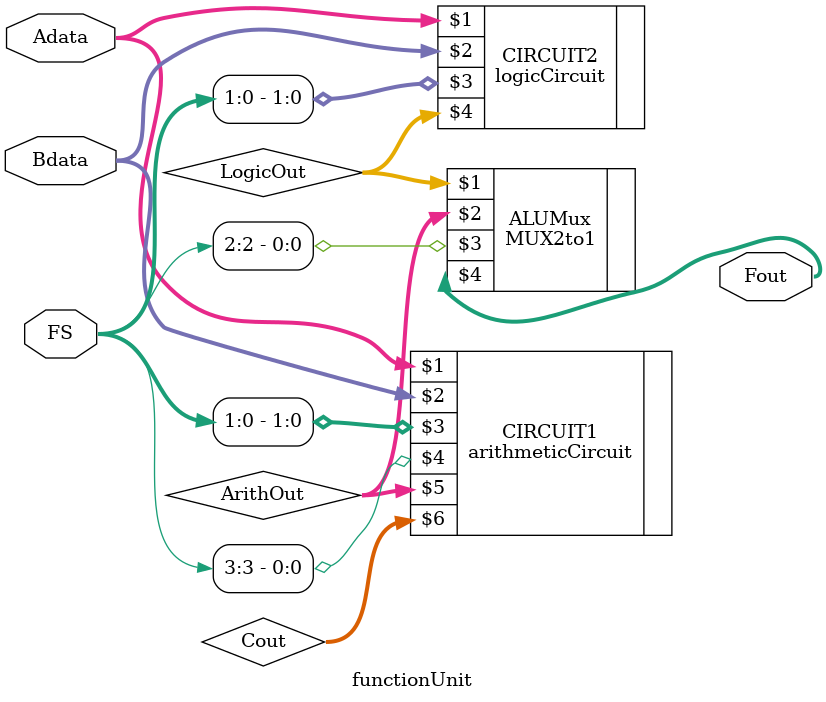
<source format=v>
module functionUnit(
    input [3:0] Adata, Bdata,
    input [3:0] FS,   //  {Cin, S, S1}
    output [3:0] Fout
);



wire [3:0] ArithOut;
wire [3:0] Cout;
wire [3:0] LogicOut;

arithmeticCircuit CIRCUIT1(Adata, Bdata, FS[1:0],FS[3], ArithOut, Cout);
logicCircuit CIRCUIT2(Adata, Bdata, FS[1:0], LogicOut);

MUX2to1 ALUMux(LogicOut, ArithOut, FS[2], Fout);

endmodule
</source>
